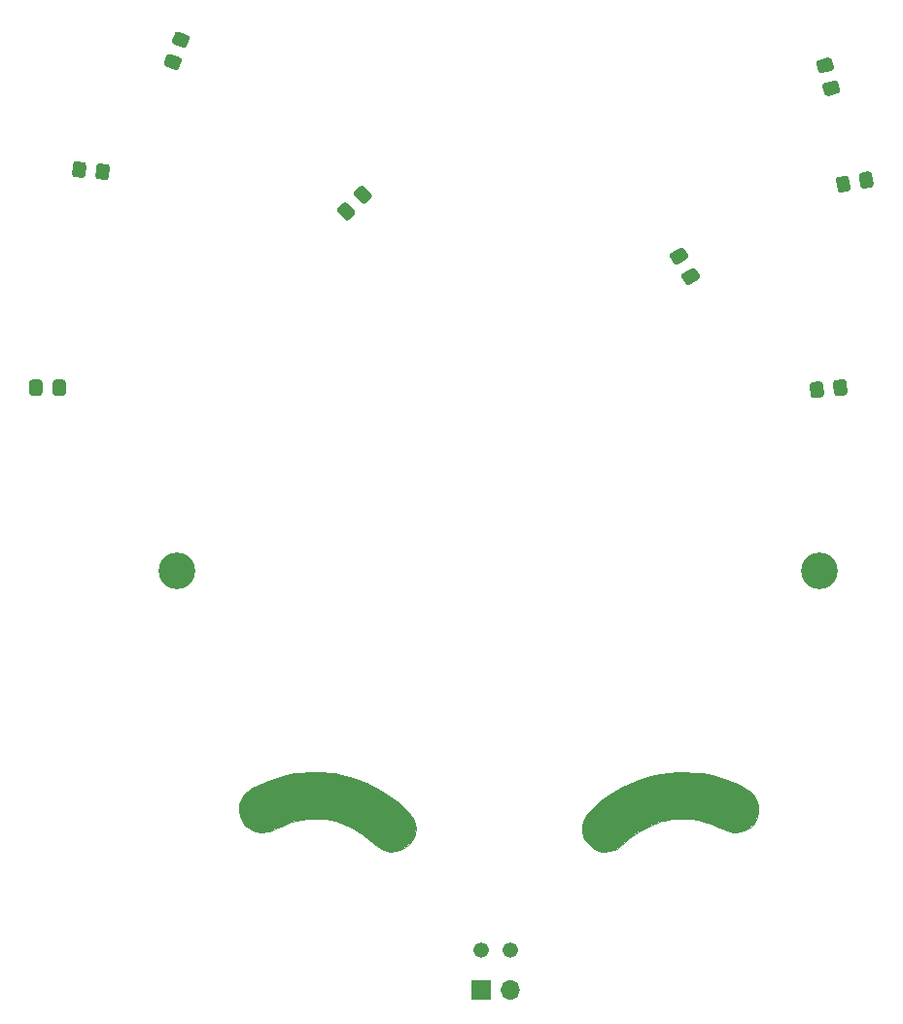
<source format=gts>
G04 #@! TF.GenerationSoftware,KiCad,Pcbnew,(5.1.6)-1*
G04 #@! TF.CreationDate,2021-12-09T10:41:18+01:00*
G04 #@! TF.ProjectId,opamp_vu_meter,6f70616d-705f-4767-955f-6d657465722e,rev?*
G04 #@! TF.SameCoordinates,Original*
G04 #@! TF.FileFunction,Soldermask,Top*
G04 #@! TF.FilePolarity,Negative*
%FSLAX46Y46*%
G04 Gerber Fmt 4.6, Leading zero omitted, Abs format (unit mm)*
G04 Created by KiCad (PCBNEW (5.1.6)-1) date 2021-12-09 10:41:18*
%MOMM*%
%LPD*%
G01*
G04 APERTURE LIST*
%ADD10C,0.010000*%
%ADD11C,3.200000*%
%ADD12O,1.700000X1.700000*%
%ADD13R,1.700000X1.700000*%
%ADD14C,1.333000*%
G04 APERTURE END LIST*
D10*
G04 #@! TO.C,G\u002A\u002A\u002A*
G36*
X167585374Y-97591206D02*
G01*
X168243912Y-97652426D01*
X168698881Y-97728877D01*
X169453342Y-97917938D01*
X170192185Y-98147930D01*
X170889197Y-98407484D01*
X171518165Y-98685228D01*
X172052874Y-98969794D01*
X172467111Y-99249810D01*
X172692717Y-99461233D01*
X172998773Y-99932635D01*
X173157308Y-100434724D01*
X173179238Y-100943269D01*
X173075483Y-101434041D01*
X172856960Y-101882810D01*
X172534587Y-102265347D01*
X172119282Y-102557421D01*
X171621963Y-102734803D01*
X171198171Y-102778000D01*
X170952060Y-102764235D01*
X170699661Y-102714827D01*
X170399907Y-102617605D01*
X170011728Y-102460399D01*
X169770047Y-102354789D01*
X169055242Y-102054966D01*
X168435660Y-101838183D01*
X167865633Y-101693552D01*
X167299492Y-101610181D01*
X166691569Y-101577180D01*
X166502000Y-101575477D01*
X166006867Y-101582888D01*
X165615917Y-101611521D01*
X165264495Y-101669673D01*
X164887943Y-101765643D01*
X164784255Y-101795936D01*
X163720759Y-102184576D01*
X162761449Y-102692804D01*
X161875323Y-103338237D01*
X161523372Y-103649025D01*
X161227600Y-103903568D01*
X160926204Y-104129825D01*
X160675551Y-104286123D01*
X160634372Y-104306277D01*
X160185911Y-104433544D01*
X159678030Y-104456696D01*
X159186377Y-104373747D01*
X159102833Y-104346469D01*
X158744799Y-104151610D01*
X158391798Y-103847046D01*
X158095726Y-103485792D01*
X157911266Y-103129168D01*
X157789135Y-102609641D01*
X157802153Y-102133023D01*
X157957549Y-101673207D01*
X158262548Y-101204084D01*
X158528906Y-100898209D01*
X159367980Y-100119024D01*
X160339175Y-99411029D01*
X161414697Y-98789721D01*
X162566757Y-98270596D01*
X163767560Y-97869150D01*
X164131333Y-97774423D01*
X164682514Y-97674144D01*
X165351850Y-97605201D01*
X166091001Y-97568075D01*
X166851623Y-97563250D01*
X167585374Y-97591206D01*
G37*
X167585374Y-97591206D02*
X168243912Y-97652426D01*
X168698881Y-97728877D01*
X169453342Y-97917938D01*
X170192185Y-98147930D01*
X170889197Y-98407484D01*
X171518165Y-98685228D01*
X172052874Y-98969794D01*
X172467111Y-99249810D01*
X172692717Y-99461233D01*
X172998773Y-99932635D01*
X173157308Y-100434724D01*
X173179238Y-100943269D01*
X173075483Y-101434041D01*
X172856960Y-101882810D01*
X172534587Y-102265347D01*
X172119282Y-102557421D01*
X171621963Y-102734803D01*
X171198171Y-102778000D01*
X170952060Y-102764235D01*
X170699661Y-102714827D01*
X170399907Y-102617605D01*
X170011728Y-102460399D01*
X169770047Y-102354789D01*
X169055242Y-102054966D01*
X168435660Y-101838183D01*
X167865633Y-101693552D01*
X167299492Y-101610181D01*
X166691569Y-101577180D01*
X166502000Y-101575477D01*
X166006867Y-101582888D01*
X165615917Y-101611521D01*
X165264495Y-101669673D01*
X164887943Y-101765643D01*
X164784255Y-101795936D01*
X163720759Y-102184576D01*
X162761449Y-102692804D01*
X161875323Y-103338237D01*
X161523372Y-103649025D01*
X161227600Y-103903568D01*
X160926204Y-104129825D01*
X160675551Y-104286123D01*
X160634372Y-104306277D01*
X160185911Y-104433544D01*
X159678030Y-104456696D01*
X159186377Y-104373747D01*
X159102833Y-104346469D01*
X158744799Y-104151610D01*
X158391798Y-103847046D01*
X158095726Y-103485792D01*
X157911266Y-103129168D01*
X157789135Y-102609641D01*
X157802153Y-102133023D01*
X157957549Y-101673207D01*
X158262548Y-101204084D01*
X158528906Y-100898209D01*
X159367980Y-100119024D01*
X160339175Y-99411029D01*
X161414697Y-98789721D01*
X162566757Y-98270596D01*
X163767560Y-97869150D01*
X164131333Y-97774423D01*
X164682514Y-97674144D01*
X165351850Y-97605201D01*
X166091001Y-97568075D01*
X166851623Y-97563250D01*
X167585374Y-97591206D01*
G36*
X135204158Y-97572701D02*
G01*
X135785291Y-97595073D01*
X136274135Y-97636443D01*
X136572333Y-97683919D01*
X137847484Y-98023131D01*
X139020163Y-98468353D01*
X140132279Y-99037124D01*
X140800509Y-99453347D01*
X141298847Y-99808993D01*
X141784798Y-100200344D01*
X142235166Y-100604607D01*
X142626755Y-100998992D01*
X142936369Y-101360707D01*
X143140811Y-101666959D01*
X143203215Y-101814156D01*
X143297638Y-102410848D01*
X143228229Y-102966458D01*
X142996428Y-103475711D01*
X142631295Y-103907854D01*
X142158920Y-104245191D01*
X141636306Y-104434749D01*
X141091865Y-104471339D01*
X140554010Y-104349770D01*
X140450294Y-104306277D01*
X140217589Y-104170108D01*
X139922223Y-103955170D01*
X139620563Y-103703134D01*
X139561294Y-103649025D01*
X138696350Y-102941775D01*
X137771029Y-102379008D01*
X136754327Y-101943105D01*
X136300411Y-101795936D01*
X135907804Y-101689413D01*
X135556201Y-101622744D01*
X135180944Y-101587633D01*
X134717377Y-101575781D01*
X134582666Y-101575477D01*
X133954207Y-101595974D01*
X133380701Y-101663700D01*
X132816482Y-101789546D01*
X132215879Y-101984401D01*
X131533224Y-102259157D01*
X131314619Y-102354789D01*
X130866425Y-102546775D01*
X130527318Y-102672653D01*
X130256229Y-102744595D01*
X130012088Y-102774771D01*
X129886495Y-102778000D01*
X129334416Y-102703418D01*
X128856097Y-102495824D01*
X128462454Y-102179449D01*
X128164407Y-101778521D01*
X127972873Y-101317272D01*
X127898769Y-100819930D01*
X127953015Y-100310725D01*
X128146529Y-99813888D01*
X128391948Y-99461233D01*
X128685471Y-99199263D01*
X129119368Y-98922056D01*
X129666824Y-98641240D01*
X130301024Y-98368445D01*
X130995154Y-98115298D01*
X131722397Y-97893428D01*
X132384761Y-97729728D01*
X132797080Y-97664004D01*
X133327196Y-97614979D01*
X133933093Y-97583114D01*
X134572753Y-97568868D01*
X135204158Y-97572701D01*
G37*
X135204158Y-97572701D02*
X135785291Y-97595073D01*
X136274135Y-97636443D01*
X136572333Y-97683919D01*
X137847484Y-98023131D01*
X139020163Y-98468353D01*
X140132279Y-99037124D01*
X140800509Y-99453347D01*
X141298847Y-99808993D01*
X141784798Y-100200344D01*
X142235166Y-100604607D01*
X142626755Y-100998992D01*
X142936369Y-101360707D01*
X143140811Y-101666959D01*
X143203215Y-101814156D01*
X143297638Y-102410848D01*
X143228229Y-102966458D01*
X142996428Y-103475711D01*
X142631295Y-103907854D01*
X142158920Y-104245191D01*
X141636306Y-104434749D01*
X141091865Y-104471339D01*
X140554010Y-104349770D01*
X140450294Y-104306277D01*
X140217589Y-104170108D01*
X139922223Y-103955170D01*
X139620563Y-103703134D01*
X139561294Y-103649025D01*
X138696350Y-102941775D01*
X137771029Y-102379008D01*
X136754327Y-101943105D01*
X136300411Y-101795936D01*
X135907804Y-101689413D01*
X135556201Y-101622744D01*
X135180944Y-101587633D01*
X134717377Y-101575781D01*
X134582666Y-101575477D01*
X133954207Y-101595974D01*
X133380701Y-101663700D01*
X132816482Y-101789546D01*
X132215879Y-101984401D01*
X131533224Y-102259157D01*
X131314619Y-102354789D01*
X130866425Y-102546775D01*
X130527318Y-102672653D01*
X130256229Y-102744595D01*
X130012088Y-102774771D01*
X129886495Y-102778000D01*
X129334416Y-102703418D01*
X128856097Y-102495824D01*
X128462454Y-102179449D01*
X128164407Y-101778521D01*
X127972873Y-101317272D01*
X127898769Y-100819930D01*
X127953015Y-100310725D01*
X128146529Y-99813888D01*
X128391948Y-99461233D01*
X128685471Y-99199263D01*
X129119368Y-98922056D01*
X129666824Y-98641240D01*
X130301024Y-98368445D01*
X130995154Y-98115298D01*
X131722397Y-97893428D01*
X132384761Y-97729728D01*
X132797080Y-97664004D01*
X133327196Y-97614979D01*
X133933093Y-97583114D01*
X134572753Y-97568868D01*
X135204158Y-97572701D01*
G04 #@! TD*
D11*
G04 #@! TO.C,REF\u002A\u002A*
X122500000Y-80000000D03*
G04 #@! TD*
G04 #@! TO.C,REF\u002A\u002A*
X178500000Y-80000000D03*
G04 #@! TD*
D12*
G04 #@! TO.C,J1*
X151540000Y-116500000D03*
D13*
X149000000Y-116500000D03*
G04 #@! TD*
D14*
G04 #@! TO.C,MK1*
X149000000Y-113000000D03*
X151540000Y-113000000D03*
G04 #@! TD*
G04 #@! TO.C,D2*
G36*
G01*
X180083489Y-38438939D02*
X179214154Y-38671876D01*
G75*
G02*
X178907969Y-38495101I-64705J241480D01*
G01*
X178739736Y-37867247D01*
G75*
G02*
X178916511Y-37561062I241480J64705D01*
G01*
X179785846Y-37328124D01*
G75*
G02*
X180092031Y-37504899I64705J-241480D01*
G01*
X180260264Y-38132753D01*
G75*
G02*
X180083489Y-38438938I-241480J-64705D01*
G01*
G37*
G36*
G01*
X179552909Y-36458791D02*
X178683574Y-36691728D01*
G75*
G02*
X178377389Y-36514953I-64705J241480D01*
G01*
X178209156Y-35887099D01*
G75*
G02*
X178385931Y-35580914I241480J64705D01*
G01*
X179255266Y-35347976D01*
G75*
G02*
X179561451Y-35524751I64705J-241480D01*
G01*
X179729684Y-36152605D01*
G75*
G02*
X179552909Y-36458790I-241480J-64705D01*
G01*
G37*
G04 #@! TD*
G04 #@! TO.C,D3*
G36*
G01*
X123076772Y-34481048D02*
X122231046Y-34173229D01*
G75*
G02*
X122081629Y-33852802I85505J234922D01*
G01*
X122303943Y-33242000D01*
G75*
G02*
X122624370Y-33092583I234922J-85505D01*
G01*
X123470096Y-33400401D01*
G75*
G02*
X123619513Y-33720828I-85505J-234922D01*
G01*
X123397199Y-34331630D01*
G75*
G02*
X123076772Y-34481047I-234922J85505D01*
G01*
G37*
G36*
G01*
X122375630Y-36407418D02*
X121529904Y-36099599D01*
G75*
G02*
X121380487Y-35779172I85505J234922D01*
G01*
X121602801Y-35168370D01*
G75*
G02*
X121923228Y-35018953I234922J-85505D01*
G01*
X122768954Y-35326771D01*
G75*
G02*
X122918371Y-35647198I-85505J-234922D01*
G01*
X122696057Y-36258000D01*
G75*
G02*
X122375630Y-36407417I-234922J85505D01*
G01*
G37*
G04 #@! TD*
G04 #@! TO.C,D4*
G36*
G01*
X116642560Y-44869150D02*
X116564120Y-45765727D01*
G75*
G02*
X116293283Y-45992986I-249048J21789D01*
G01*
X115645755Y-45936335D01*
G75*
G02*
X115418496Y-45665498I21789J249048D01*
G01*
X115496936Y-44768921D01*
G75*
G02*
X115767773Y-44541662I249048J-21789D01*
G01*
X116415301Y-44598313D01*
G75*
G02*
X116642560Y-44869150I-21789J-249048D01*
G01*
G37*
G36*
G01*
X114600360Y-44690480D02*
X114521920Y-45587057D01*
G75*
G02*
X114251083Y-45814316I-249048J21789D01*
G01*
X113603555Y-45757665D01*
G75*
G02*
X113376296Y-45486828I21789J249048D01*
G01*
X113454736Y-44590251D01*
G75*
G02*
X113725573Y-44362992I249048J-21789D01*
G01*
X114373101Y-44419643D01*
G75*
G02*
X114600360Y-44690480I-21789J-249048D01*
G01*
G37*
G04 #@! TD*
G04 #@! TO.C,D5*
G36*
G01*
X182061877Y-46543012D02*
X181905594Y-45656683D01*
G75*
G02*
X182108383Y-45367070I246201J43412D01*
G01*
X182748510Y-45254199D01*
G75*
G02*
X183038123Y-45456988I43412J-246201D01*
G01*
X183194406Y-46343317D01*
G75*
G02*
X182991617Y-46632930I-246201J-43412D01*
G01*
X182351490Y-46745801D01*
G75*
G02*
X182061877Y-46543012I-43412J246201D01*
G01*
G37*
G36*
G01*
X180043021Y-46898990D02*
X179886738Y-46012661D01*
G75*
G02*
X180089527Y-45723048I246201J43412D01*
G01*
X180729654Y-45610177D01*
G75*
G02*
X181019267Y-45812966I43412J-246201D01*
G01*
X181175550Y-46699295D01*
G75*
G02*
X180972761Y-46988908I-246201J-43412D01*
G01*
X180332634Y-47101779D01*
G75*
G02*
X180043021Y-46898990I-43412J246201D01*
G01*
G37*
G04 #@! TD*
G04 #@! TO.C,D6*
G36*
G01*
X138611180Y-48000001D02*
X137974783Y-47363604D01*
G75*
G02*
X137974783Y-47010052I176776J176776D01*
G01*
X138434404Y-46550431D01*
G75*
G02*
X138787956Y-46550431I176776J-176776D01*
G01*
X139424353Y-47186828D01*
G75*
G02*
X139424353Y-47540380I-176776J-176776D01*
G01*
X138964732Y-48000001D01*
G75*
G02*
X138611180Y-48000001I-176776J176776D01*
G01*
G37*
G36*
G01*
X137161612Y-49449569D02*
X136525215Y-48813172D01*
G75*
G02*
X136525215Y-48459620I176776J176776D01*
G01*
X136984836Y-47999999D01*
G75*
G02*
X137338388Y-47999999I176776J-176776D01*
G01*
X137974785Y-48636396D01*
G75*
G02*
X137974785Y-48989948I-176776J-176776D01*
G01*
X137515164Y-49449569D01*
G75*
G02*
X137161612Y-49449569I-176776J176776D01*
G01*
G37*
G04 #@! TD*
G04 #@! TO.C,D7*
G36*
G01*
X167939712Y-54660640D02*
X167160288Y-55110641D01*
G75*
G02*
X166818783Y-55019135I-125000J216505D01*
G01*
X166493782Y-54456216D01*
G75*
G02*
X166585288Y-54114712I216505J124999D01*
G01*
X167364713Y-53664711D01*
G75*
G02*
X167706217Y-53756217I124999J-216505D01*
G01*
X168031218Y-54319136D01*
G75*
G02*
X167939713Y-54660640I-216505J-124999D01*
G01*
G37*
G36*
G01*
X166914712Y-52885288D02*
X166135288Y-53335289D01*
G75*
G02*
X165793783Y-53243783I-125000J216505D01*
G01*
X165468782Y-52680864D01*
G75*
G02*
X165560288Y-52339360I216505J124999D01*
G01*
X166339713Y-51889359D01*
G75*
G02*
X166681217Y-51980865I124999J-216505D01*
G01*
X167006218Y-52543784D01*
G75*
G02*
X166914713Y-52885288I-216505J-124999D01*
G01*
G37*
G04 #@! TD*
G04 #@! TO.C,D8*
G36*
G01*
X110790572Y-63622010D02*
X110790572Y-64522012D01*
G75*
G02*
X110540573Y-64772011I-249999J0D01*
G01*
X109890571Y-64772011D01*
G75*
G02*
X109640572Y-64522012I0J249999D01*
G01*
X109640572Y-63622010D01*
G75*
G02*
X109890571Y-63372011I249999J0D01*
G01*
X110540573Y-63372011D01*
G75*
G02*
X110790572Y-63622010I0J-249999D01*
G01*
G37*
G36*
G01*
X112840572Y-63622010D02*
X112840572Y-64522012D01*
G75*
G02*
X112590573Y-64772011I-249999J0D01*
G01*
X111940571Y-64772011D01*
G75*
G02*
X111690572Y-64522012I0J249999D01*
G01*
X111690572Y-63622010D01*
G75*
G02*
X111940571Y-63372011I249999J0D01*
G01*
X112590573Y-63372011D01*
G75*
G02*
X112840572Y-63622010I0J-249999D01*
G01*
G37*
G04 #@! TD*
G04 #@! TO.C,D9*
G36*
G01*
X177716408Y-64748403D02*
X177637968Y-63851826D01*
G75*
G02*
X177865227Y-63580989I249048J21789D01*
G01*
X178512755Y-63524338D01*
G75*
G02*
X178783592Y-63751597I21789J-249048D01*
G01*
X178862032Y-64648174D01*
G75*
G02*
X178634773Y-64919011I-249048J-21789D01*
G01*
X177987245Y-64975662D01*
G75*
G02*
X177716408Y-64748403I-21789J249048D01*
G01*
G37*
G36*
G01*
X179758608Y-64569733D02*
X179680168Y-63673156D01*
G75*
G02*
X179907427Y-63402319I249048J21789D01*
G01*
X180554955Y-63345668D01*
G75*
G02*
X180825792Y-63572927I21789J-249048D01*
G01*
X180904232Y-64469504D01*
G75*
G02*
X180676973Y-64740341I-249048J-21789D01*
G01*
X180029445Y-64796992D01*
G75*
G02*
X179758608Y-64569733I-21789J249048D01*
G01*
G37*
G04 #@! TD*
M02*

</source>
